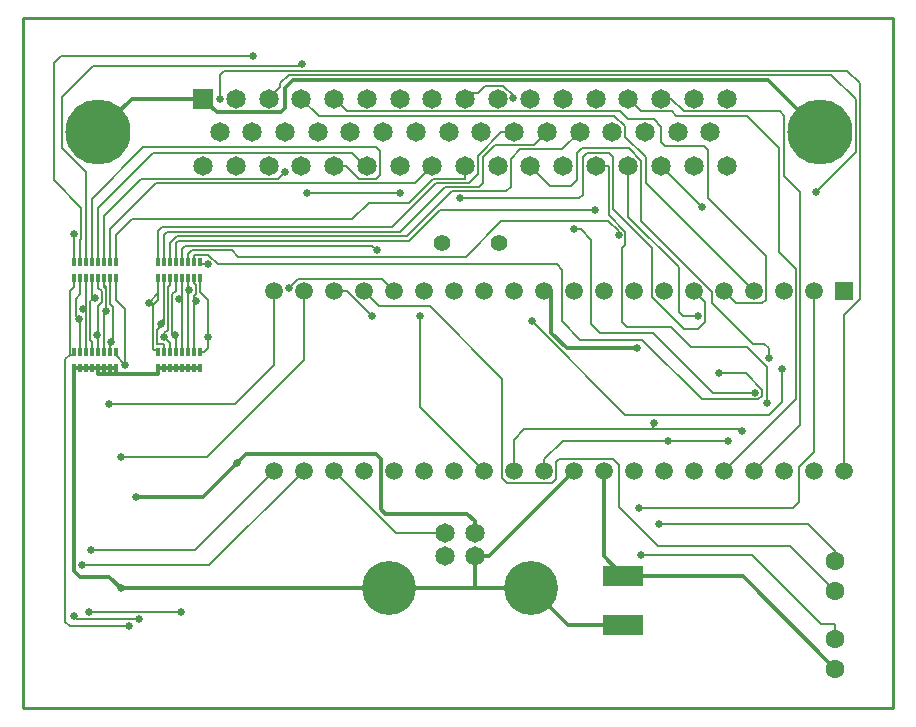
<source format=gtl>
%FSLAX23Y23*%
%MOIN*%
G70*
G01*
G75*
G04 Layer_Physical_Order=1*
%ADD10R,0.012X0.031*%
%ADD11R,0.134X0.071*%
%ADD12C,0.008*%
%ADD13C,0.008*%
%ADD14C,0.012*%
%ADD15C,0.010*%
%ADD16C,0.063*%
%ADD17C,0.055*%
%ADD18C,0.180*%
%ADD19C,0.065*%
%ADD20R,0.059X0.059*%
%ADD21C,0.059*%
%ADD22R,0.065X0.065*%
%ADD23C,0.217*%
%ADD24C,0.025*%
D10*
X588Y1134D02*
D03*
Y1186D02*
D03*
X568Y1134D02*
D03*
Y1186D02*
D03*
X548Y1134D02*
D03*
Y1186D02*
D03*
X529Y1134D02*
D03*
Y1186D02*
D03*
X509Y1134D02*
D03*
Y1186D02*
D03*
X489Y1134D02*
D03*
Y1186D02*
D03*
X470Y1134D02*
D03*
Y1186D02*
D03*
X450Y1134D02*
D03*
Y1186D02*
D03*
Y1486D02*
D03*
Y1434D02*
D03*
X470Y1486D02*
D03*
Y1434D02*
D03*
X489Y1486D02*
D03*
Y1434D02*
D03*
X509Y1486D02*
D03*
Y1434D02*
D03*
X529Y1486D02*
D03*
Y1434D02*
D03*
X548Y1486D02*
D03*
Y1434D02*
D03*
X568Y1486D02*
D03*
Y1434D02*
D03*
X588Y1486D02*
D03*
Y1434D02*
D03*
X170Y1186D02*
D03*
Y1134D02*
D03*
X190Y1186D02*
D03*
Y1134D02*
D03*
X209Y1186D02*
D03*
Y1134D02*
D03*
X229Y1186D02*
D03*
Y1134D02*
D03*
X249Y1186D02*
D03*
Y1134D02*
D03*
X268Y1186D02*
D03*
Y1134D02*
D03*
X288Y1186D02*
D03*
Y1134D02*
D03*
X308Y1186D02*
D03*
Y1134D02*
D03*
Y1434D02*
D03*
Y1486D02*
D03*
X288Y1434D02*
D03*
Y1486D02*
D03*
X268Y1434D02*
D03*
Y1486D02*
D03*
X249Y1434D02*
D03*
Y1486D02*
D03*
X229Y1434D02*
D03*
Y1486D02*
D03*
X209Y1434D02*
D03*
Y1486D02*
D03*
X190Y1434D02*
D03*
Y1486D02*
D03*
X170Y1434D02*
D03*
Y1486D02*
D03*
D11*
X2000Y278D02*
D03*
Y442D02*
D03*
D12*
X2390Y930D02*
X2396Y923D01*
X2230Y890D02*
X2350D01*
X1735Y791D02*
Y830D01*
X2100Y930D02*
X2103Y949D01*
X2100Y930D02*
X2390D01*
X1670D02*
X2100D01*
X1635Y791D02*
Y894D01*
X2126Y1808D02*
X2262Y1672D01*
X2200Y1307D02*
X2249D01*
X2017Y1638D02*
Y1808D01*
X2479Y1016D02*
Y1137D01*
X1908Y1808D02*
X1950D01*
X2299Y1052D02*
X2440D01*
X1834Y1597D02*
X1859D01*
X2484Y1167D02*
Y1200D01*
X1690Y1808D02*
X1757Y1741D01*
X2530Y1020D02*
Y1130D01*
X1695Y1290D02*
X2007Y978D01*
X2557Y540D02*
X2707Y390D01*
X1135Y1391D02*
X1187Y1339D01*
X2119Y615D02*
X2617D01*
X2707Y490D02*
Y525D01*
X339Y1145D02*
Y1329D01*
X308Y1176D02*
Y1186D01*
Y1360D02*
Y1434D01*
Y1176D02*
X339Y1145D01*
X298Y1220D02*
Y1337D01*
Y1219D02*
Y1220D01*
X295Y1216D02*
X298Y1219D01*
X288Y1209D02*
X295Y1216D01*
X288Y1217D02*
X291Y1220D01*
X288Y1209D02*
Y1217D01*
Y1186D02*
Y1209D01*
Y1417D02*
Y1434D01*
X275Y1396D02*
Y1403D01*
Y1330D02*
Y1396D01*
Y1323D02*
Y1330D01*
X268Y1186D02*
Y1227D01*
Y1410D02*
X275Y1403D01*
X268D02*
X275Y1396D01*
X268Y1410D02*
Y1434D01*
Y1403D02*
Y1410D01*
X271Y1327D02*
X275Y1330D01*
X269Y1324D02*
X271Y1327D01*
X269Y1323D02*
Y1324D01*
Y1228D02*
Y1323D01*
X249Y1401D02*
Y1434D01*
Y1244D02*
Y1341D01*
Y1241D02*
Y1244D01*
Y1186D02*
Y1241D01*
X246Y1244D02*
X249Y1241D01*
X229Y1375D02*
X238Y1367D01*
X229Y1375D02*
Y1434D01*
Y1367D02*
Y1375D01*
Y1362D02*
Y1367D01*
Y1186D02*
Y1220D01*
X218Y320D02*
X525D01*
X198Y1329D02*
X209D01*
Y1434D01*
Y1186D02*
Y1329D01*
X178Y296D02*
X385D01*
X190Y1380D02*
Y1434D01*
Y1186D02*
Y1291D01*
X175Y1306D02*
X184Y1297D01*
X190Y1291D01*
X168Y306D02*
X178Y296D01*
X170Y1403D02*
Y1434D01*
Y1176D02*
Y1186D01*
X154Y1176D02*
X170D01*
X154D02*
X156Y1179D01*
X140Y1163D02*
X154Y1176D01*
X154Y273D02*
X353D01*
X588Y1387D02*
Y1434D01*
X616Y1238D02*
Y1359D01*
Y1200D02*
Y1238D01*
X588Y1186D02*
X602D01*
X568Y1351D02*
X574Y1357D01*
X568Y1418D02*
Y1434D01*
Y1357D02*
Y1373D01*
Y1351D02*
Y1357D01*
Y1186D02*
Y1351D01*
X548Y1393D02*
X549Y1393D01*
X551D01*
X548D02*
Y1434D01*
Y1393D02*
Y1393D01*
Y1186D02*
Y1393D01*
X528Y1434D02*
X529Y1434D01*
X528Y1371D02*
X529Y1370D01*
Y1363D02*
Y1370D01*
Y1354D02*
Y1363D01*
Y1186D02*
Y1354D01*
X520Y1363D02*
X529Y1354D01*
X509Y1391D02*
Y1434D01*
X505Y1250D02*
X507Y1247D01*
X509Y1245D01*
Y1245D02*
Y1245D01*
Y1186D02*
Y1245D01*
X497Y1253D02*
X503Y1247D01*
X505Y1245D01*
X489Y1409D02*
Y1434D01*
Y1186D02*
Y1218D01*
X470Y1237D02*
Y1249D01*
Y1237D02*
X489Y1218D01*
X470Y1425D02*
Y1434D01*
X469Y1297D02*
Y1424D01*
Y1284D02*
Y1297D01*
X470Y1186D02*
Y1213D01*
X459Y1287D02*
X469Y1297D01*
X459Y1280D02*
Y1287D01*
X462Y1277D02*
X469Y1284D01*
X447Y1262D02*
X462Y1277D01*
X1035Y791D02*
X1241Y585D01*
X1406D01*
X2707Y232D02*
Y278D01*
X2058Y511D02*
X2428D01*
X1078Y1391D02*
X1162Y1307D01*
X1035Y1391D02*
X1078D01*
X2641Y1721D02*
X2774Y1854D01*
X818Y2032D02*
X856Y2070D01*
X2074Y1752D02*
X2435Y1391D01*
X927Y2032D02*
X984Y1975D01*
X2335Y1391D02*
X2376Y1350D01*
X1036Y2032D02*
X1079Y1989D01*
X2235Y1391D02*
X2272Y1354D01*
X1456Y1700D02*
X1852D01*
X1632Y2035D02*
Y2043D01*
X1472Y2052D02*
X1516D01*
X1472Y2032D02*
Y2052D01*
X2335Y791D02*
X2575Y1031D01*
X2017Y2032D02*
X2060Y1989D01*
X2435Y791D02*
X2589Y945D01*
X2126Y2032D02*
X2160D01*
X2735Y791D02*
X2736D01*
Y1312D01*
X655Y2032D02*
Y2112D01*
X885Y1401D02*
X915Y1431D01*
X1195D02*
X1235Y1391D01*
X1322Y1004D02*
Y1308D01*
Y1004D02*
X1535Y791D01*
X1592Y1920D02*
X1635D01*
X450Y1486D02*
Y1590D01*
X1702Y1877D02*
X1745Y1920D01*
X470Y1486D02*
Y1578D01*
X1796Y1863D02*
X1854Y1920D01*
X489Y1486D02*
Y1550D01*
X1388Y1660D02*
X1904D01*
X509Y1486D02*
Y1549D01*
X1163Y1542D02*
X1178Y1527D01*
X529Y1486D02*
Y1532D01*
X2635Y854D02*
Y1391D01*
X2051Y668D02*
X2566D01*
X935Y1160D02*
Y1391D01*
X325Y837D02*
X612D01*
X835Y1144D02*
Y1391D01*
X286Y1015D02*
X706D01*
X572Y528D02*
X835Y791D01*
X226Y528D02*
X572D01*
X620Y476D02*
X935Y791D01*
X195Y476D02*
X620D01*
X450Y1384D02*
Y1434D01*
Y1361D02*
Y1384D01*
X434Y1195D02*
X450D01*
Y1186D02*
Y1195D01*
X418Y1352D02*
X450Y1384D01*
X1984Y1578D02*
Y1589D01*
X548Y1486D02*
Y1513D01*
X2318Y1116D02*
X2409D01*
X568Y1486D02*
Y1511D01*
X588Y1480D02*
Y1486D01*
Y1480D02*
X617D01*
X170Y1486D02*
Y1581D01*
X124Y2173D02*
X766D01*
X190Y1486D02*
Y1560D01*
X929Y2141D02*
Y2148D01*
X209Y1486D02*
Y1787D01*
X1036Y1808D02*
X1075D01*
X229Y1486D02*
Y1698D01*
X1139Y1808D02*
X1145D01*
X249Y1486D02*
Y1667D01*
X873Y1788D02*
Y1788D01*
X945Y1716D02*
X1254D01*
X268Y1486D02*
Y1640D01*
X1305Y1750D02*
X1363Y1808D01*
X288Y1486D02*
Y1597D01*
X1472Y1766D02*
Y1808D01*
X308Y1486D02*
Y1576D01*
X1635Y894D02*
X1670Y930D01*
X1859Y1597D02*
X1893Y1562D01*
Y1280D02*
Y1562D01*
Y1280D02*
X1922Y1251D01*
X2100D01*
X2299Y1052D01*
X2470Y1214D02*
X2484Y1200D01*
X2432Y1214D02*
X2470D01*
X2295Y1351D02*
X2432Y1214D01*
X2295Y1351D02*
Y1388D01*
X2060Y1623D02*
X2295Y1388D01*
X2060Y1623D02*
Y1825D01*
X2018Y1867D02*
X2060Y1825D01*
X1861Y1867D02*
X2018D01*
X1844Y1850D02*
X1861Y1867D01*
X1844Y1760D02*
Y1850D01*
X1825Y1741D02*
X1844Y1760D01*
X1757Y1741D02*
X1825D01*
X2007Y978D02*
X2487D01*
X2530Y1020D01*
X2617Y615D02*
X2707Y525D01*
X268Y1227D02*
X269Y1228D01*
X175Y1306D02*
Y1365D01*
X190Y1380D01*
X156Y1389D02*
X170Y1403D01*
X156Y1179D02*
Y1389D01*
X140Y287D02*
Y1163D01*
Y287D02*
X154Y273D01*
X497Y1379D02*
X509Y1391D01*
X497Y1245D02*
Y1379D01*
X483Y1403D02*
X489Y1409D01*
X483Y1262D02*
Y1403D01*
X470Y1249D02*
X483Y1262D01*
X1516Y2052D02*
X1539Y2075D01*
X1599D01*
X1632Y2043D01*
X2736Y1312D02*
X2788Y1364D01*
Y2084D01*
X2747Y2125D02*
X2788Y2084D01*
X668Y2125D02*
X2747D01*
X655Y2112D02*
X668Y2125D01*
X915Y1431D02*
X1195D01*
X450Y1590D02*
X463Y1603D01*
X1229D01*
X1377Y1751D01*
X1486D01*
X1515Y1780D01*
Y1842D01*
X1592Y1920D01*
X470Y1578D02*
X479Y1587D01*
X1256D01*
X1406Y1737D01*
X1519D01*
X1532Y1750D01*
Y1838D01*
X1571Y1877D01*
X1702D01*
X489Y1550D02*
X512Y1573D01*
X1279D01*
X1429Y1723D01*
X1610D01*
X1624Y1737D01*
Y1832D01*
X1655Y1863D01*
X1796D01*
X1284Y1556D02*
X1388Y1660D01*
X516Y1556D02*
X1284D01*
X509Y1549D02*
X516Y1556D01*
X529Y1532D02*
X539Y1542D01*
X1163D01*
X2566Y668D02*
X2586Y688D01*
Y804D01*
X2635Y854D01*
X612Y837D02*
X935Y1160D01*
X1950Y1623D02*
X1984Y1589D01*
X1593Y1623D02*
X1950D01*
X1474Y1504D02*
X1593Y1623D01*
X717Y1504D02*
X1474D01*
X694Y1527D02*
X717Y1504D01*
X562Y1527D02*
X694D01*
X548Y1513D02*
X562Y1527D01*
X568Y1511D02*
X569Y1512D01*
X617D01*
X650Y1479D01*
X1778D01*
X1795Y1462D01*
Y1289D02*
Y1462D01*
Y1289D02*
X1857Y1227D01*
X2063D01*
X2261Y1029D01*
X2450D01*
X2463Y1042D01*
Y1062D01*
X2409Y1116D02*
X2463Y1062D01*
X101Y2150D02*
X124Y2173D01*
X101Y1759D02*
Y2150D01*
Y1759D02*
X193Y1667D01*
Y1563D02*
Y1667D01*
X190Y1560D02*
X193Y1563D01*
X928Y2140D02*
X929Y2141D01*
X232Y2140D02*
X928D01*
X130Y2038D02*
X232Y2140D01*
X130Y1867D02*
Y2038D01*
Y1867D02*
X209Y1787D01*
X1075Y1808D02*
X1118Y1765D01*
X1175D01*
X1188Y1778D01*
Y1856D01*
X1175Y1869D02*
X1188Y1856D01*
X400Y1869D02*
X1175D01*
X229Y1698D02*
X400Y1869D01*
X850Y1765D02*
X873Y1788D01*
X393Y1765D02*
X850D01*
X268Y1640D02*
X393Y1765D01*
X288Y1597D02*
X441Y1750D01*
X1305D01*
X2160Y2032D02*
X2203Y1989D01*
X2522D01*
X2536Y1975D01*
Y1774D02*
Y1975D01*
Y1774D02*
X2589Y1721D01*
Y945D02*
Y1721D01*
X1079Y1989D02*
X1990D01*
X2016Y1963D01*
X2101D01*
X2127Y1937D01*
Y1887D02*
Y1937D01*
Y1887D02*
X2139Y1875D01*
X2269D01*
X2281Y1862D01*
Y1702D02*
Y1862D01*
Y1702D02*
X2475Y1508D01*
Y1362D02*
Y1508D01*
X2463Y1350D02*
X2475Y1362D01*
X2376Y1350D02*
X2463D01*
X2774Y1854D02*
Y2029D01*
X2692Y2111D02*
X2774Y2029D01*
X884Y2111D02*
X2692D01*
X856Y2083D02*
X884Y2111D01*
X856Y2070D02*
Y2083D01*
X602Y1186D02*
X616Y1200D01*
X588Y1387D02*
X616Y1359D01*
X308Y1360D02*
X339Y1329D01*
X1950Y1808D02*
X1951Y1807D01*
Y1643D02*
Y1807D01*
Y1643D02*
X2007Y1587D01*
Y1545D02*
Y1587D01*
X1995Y1533D02*
X2007Y1545D01*
X1995Y1288D02*
Y1533D01*
Y1288D02*
X2013Y1270D01*
X2159D01*
X2225Y1204D01*
X2412D01*
X2479Y1137D01*
X1471Y1765D02*
X1472Y1766D01*
X1365Y1765D02*
X1471D01*
X1285Y1685D02*
X1365Y1765D01*
X1153Y1685D02*
X1285D01*
X1097Y1629D02*
X1153Y1685D01*
X361Y1629D02*
X1097D01*
X308Y1576D02*
X361Y1629D01*
X1096Y1851D02*
X1139Y1808D01*
X433Y1851D02*
X1096D01*
X249Y1667D02*
X433Y1851D01*
X1852Y1700D02*
X1865Y1712D01*
Y1837D01*
X1878Y1851D01*
X1952D01*
X1965Y1837D01*
Y1665D02*
Y1837D01*
Y1665D02*
X2095Y1535D01*
Y1370D02*
Y1535D01*
Y1370D02*
X2201Y1264D01*
X2250D01*
X2272Y1286D01*
Y1354D01*
X469Y1214D02*
X470Y1213D01*
X448Y1214D02*
X469D01*
X447Y1215D02*
X448Y1214D01*
X447Y1215D02*
Y1262D01*
X469Y1424D02*
X470Y1425D01*
X433Y1196D02*
X434Y1195D01*
X433Y1196D02*
Y1344D01*
X450Y1361D01*
X706Y1015D02*
X835Y1144D01*
X2060Y1989D02*
X2163D01*
X2177Y1975D01*
X2413D01*
X2520Y1868D01*
Y1520D02*
Y1868D01*
Y1520D02*
X2575Y1465D01*
Y1031D02*
Y1465D01*
X1800Y890D02*
X2230D01*
X1735Y830D02*
X1800Y890D01*
X2074Y1752D02*
Y1836D01*
X2005Y1905D02*
X2074Y1836D01*
X2005Y1905D02*
Y1940D01*
X1970Y1975D02*
X2005Y1940D01*
X984Y1975D02*
X1970D01*
X2185Y1322D02*
X2200Y1307D01*
X2185Y1322D02*
Y1470D01*
X2017Y1638D02*
X2185Y1470D01*
X2706Y279D02*
X2707Y278D01*
X2660Y279D02*
X2706D01*
X2428Y511D02*
X2660Y279D01*
X2114Y540D02*
X2557D01*
X1985Y669D02*
X2114Y540D01*
X1985Y669D02*
Y812D01*
X1965Y832D02*
X1985Y812D01*
X1786Y832D02*
X1965D01*
X1775Y821D02*
X1786Y832D01*
X1775Y763D02*
Y821D01*
X1763Y751D02*
X1775Y763D01*
X1612Y751D02*
X1763D01*
X1595Y768D02*
X1612Y751D01*
X1595Y768D02*
Y1098D01*
X1354Y1339D02*
X1595Y1098D01*
X1187Y1339D02*
X1354D01*
X528Y1371D02*
Y1434D01*
X568Y1418D02*
X574Y1412D01*
Y1379D02*
Y1412D01*
X568Y1373D02*
X574Y1379D01*
X289Y1346D02*
X298Y1337D01*
X289Y1346D02*
Y1416D01*
X288Y1417D02*
X289Y1416D01*
X223Y1226D02*
X229Y1220D01*
X223Y1226D02*
Y1356D01*
X229Y1362D01*
X249Y1401D02*
X261Y1389D01*
Y1353D02*
Y1389D01*
X249Y1341D02*
X261Y1353D01*
D13*
X2230Y890D02*
D03*
D03*
X2103Y949D02*
D03*
X2230Y890D02*
D03*
D14*
X2482Y2093D02*
X2655Y1920D01*
X1814Y278D02*
X2000D01*
X1551Y507D02*
X1835Y791D01*
X1692Y400D02*
X1814Y278D01*
X1504Y507D02*
X1551D01*
X1504Y400D02*
Y507D01*
X361Y2032D02*
X600D01*
X645Y1987D01*
X568Y1134D02*
X588D01*
X548D02*
X568D01*
X548Y1134D02*
Y1134D01*
X529Y1134D02*
Y1134D01*
X509Y1134D02*
Y1134D01*
X249Y1920D02*
X361Y2032D01*
X489Y1134D02*
Y1134D01*
X529Y1134D02*
X548D01*
X509D02*
X529D01*
X489D02*
X509D01*
X470D02*
X489D01*
X470Y1134D02*
Y1135D01*
Y1134D02*
Y1134D01*
X450Y1135D02*
X470D01*
X288Y1134D02*
X308D01*
X268D02*
X288D01*
X268Y1134D02*
Y1134D01*
X229Y1134D02*
Y1134D01*
X209Y1134D02*
Y1134D01*
X190D02*
Y1135D01*
Y1134D02*
Y1134D01*
X249Y1134D02*
X268D01*
X229D02*
X249D01*
X209D02*
X229D01*
X190D02*
X209D01*
X170Y1135D02*
X190D01*
X1504Y400D02*
X1692D01*
X1218D02*
X1504D01*
X325D02*
X1218D01*
X450Y1134D02*
Y1135D01*
Y1115D02*
Y1134D01*
X249Y1134D02*
Y1134D01*
Y1115D02*
Y1134D01*
X170Y1134D02*
Y1135D01*
Y456D02*
Y1134D01*
X308Y1114D02*
X449D01*
X288D02*
X308D01*
X268D02*
X288D01*
X250D02*
X268D01*
X287Y438D02*
X325Y400D01*
X2000Y442D02*
X2398D01*
X2707Y132D01*
X1935Y507D02*
Y791D01*
Y507D02*
X2000Y442D01*
X1760Y1251D02*
Y1391D01*
X1735D02*
X1760D01*
X1811Y1200D02*
X2046D01*
X1504Y585D02*
Y624D01*
X711Y817D02*
X742Y848D01*
X598Y704D02*
X711Y817D01*
X376Y704D02*
X598D01*
X249Y1115D02*
X250Y1114D01*
X449D02*
X450Y1115D01*
X170Y456D02*
X188Y438D01*
X287D01*
X899Y2093D02*
X2482D01*
X872Y2066D02*
X899Y2093D01*
X872Y2000D02*
Y2066D01*
X859Y1987D02*
X872Y2000D01*
X645Y1987D02*
X859D01*
X1760Y1251D02*
X1811Y1200D01*
X1480Y648D02*
X1504Y624D01*
X1207Y648D02*
X1480D01*
X1193Y663D02*
X1207Y648D01*
X1193Y663D02*
Y830D01*
X1175Y848D02*
X1193Y830D01*
X742Y848D02*
X1175D01*
D15*
X0Y2300D02*
X2900D01*
Y0D02*
Y2300D01*
X0Y0D02*
X2900D01*
X0D02*
Y2300D01*
D16*
X2707Y132D02*
D03*
Y232D02*
D03*
Y390D02*
D03*
Y490D02*
D03*
D17*
X1394Y1550D02*
D03*
X1586D02*
D03*
D18*
X1218Y400D02*
D03*
X1692D02*
D03*
D19*
X1406Y507D02*
D03*
Y585D02*
D03*
X1504D02*
D03*
X1504Y507D02*
D03*
X709Y2032D02*
D03*
X2344Y1808D02*
D03*
X2235D02*
D03*
X818Y2032D02*
D03*
X927D02*
D03*
X2126Y1808D02*
D03*
X2017D02*
D03*
X1036Y2032D02*
D03*
X1145D02*
D03*
X1908Y1808D02*
D03*
X1799D02*
D03*
X1254Y2032D02*
D03*
X1363D02*
D03*
X1690Y1808D02*
D03*
X1581D02*
D03*
X1472Y2032D02*
D03*
X1581D02*
D03*
X1472Y1808D02*
D03*
X1363D02*
D03*
X1690Y2032D02*
D03*
X1799D02*
D03*
X1254Y1808D02*
D03*
X1145D02*
D03*
X1908Y2032D02*
D03*
X2017D02*
D03*
X1036Y1808D02*
D03*
X927D02*
D03*
X2126Y2032D02*
D03*
X2235D02*
D03*
X818Y1808D02*
D03*
X709D02*
D03*
X2344Y2032D02*
D03*
X655Y1920D02*
D03*
X600Y1808D02*
D03*
X2289Y1920D02*
D03*
X763D02*
D03*
X873D02*
D03*
X2181D02*
D03*
X2072D02*
D03*
X982D02*
D03*
X1090D02*
D03*
X1962D02*
D03*
X1854D02*
D03*
X1199D02*
D03*
X1309D02*
D03*
X1745D02*
D03*
X1635D02*
D03*
X1418D02*
D03*
X1526D02*
D03*
D20*
X2735Y1391D02*
D03*
D21*
X2635D02*
D03*
X2535D02*
D03*
X2435D02*
D03*
X2335D02*
D03*
X2235D02*
D03*
X2135D02*
D03*
X2035D02*
D03*
X1935D02*
D03*
X1835D02*
D03*
X1735D02*
D03*
X1635D02*
D03*
X1535D02*
D03*
X1435D02*
D03*
X1335D02*
D03*
X1235D02*
D03*
X1135D02*
D03*
X1035D02*
D03*
X935D02*
D03*
X835D02*
D03*
X2735Y791D02*
D03*
X2635D02*
D03*
X2535D02*
D03*
X2435D02*
D03*
X2335D02*
D03*
X2235D02*
D03*
X2135D02*
D03*
X2035D02*
D03*
X1935D02*
D03*
X1835D02*
D03*
X1735D02*
D03*
X1635D02*
D03*
X1535D02*
D03*
X1435D02*
D03*
X1335D02*
D03*
X1235D02*
D03*
X1135D02*
D03*
X1035D02*
D03*
X935D02*
D03*
X835D02*
D03*
D22*
X600Y2032D02*
D03*
D23*
X249Y1920D02*
D03*
X2655D02*
D03*
D24*
X195Y476D02*
D03*
X2350Y890D02*
D03*
X2103Y949D02*
D03*
X2396Y923D02*
D03*
X1834Y1597D02*
D03*
X2440Y1052D02*
D03*
X2484Y1167D02*
D03*
X1695Y1290D02*
D03*
X2530Y1130D02*
D03*
X2119Y615D02*
D03*
X339Y1145D02*
D03*
X198Y1329D02*
D03*
X385Y296D02*
D03*
X168Y306D02*
D03*
X184Y1297D02*
D03*
X353Y273D02*
D03*
X574Y1357D02*
D03*
X551Y1393D02*
D03*
X520Y1363D02*
D03*
X505Y1245D02*
D03*
X470Y1237D02*
D03*
X1162Y1307D02*
D03*
X2046Y1200D02*
D03*
X376Y704D02*
D03*
X711Y817D02*
D03*
X1632Y2035D02*
D03*
X655Y2032D02*
D03*
X885Y1401D02*
D03*
X1322Y1308D02*
D03*
X1904Y1660D02*
D03*
X1178Y1527D02*
D03*
X2051Y668D02*
D03*
X325Y837D02*
D03*
X1984Y1578D02*
D03*
X2318Y1116D02*
D03*
X170Y1581D02*
D03*
X766Y2173D02*
D03*
X929Y2148D02*
D03*
X1254Y1716D02*
D03*
X945D02*
D03*
X873Y1788D02*
D03*
X2641Y1721D02*
D03*
X616Y1238D02*
D03*
X525Y320D02*
D03*
X218D02*
D03*
X238Y1367D02*
D03*
X291Y1220D02*
D03*
X2479Y1016D02*
D03*
X617Y1480D02*
D03*
X1456Y1700D02*
D03*
X459Y1280D02*
D03*
X418Y1352D02*
D03*
X226Y528D02*
D03*
X286Y1015D02*
D03*
X2150Y890D02*
D03*
X2249Y1307D02*
D03*
X2058Y511D02*
D03*
X325Y400D02*
D03*
X275Y1323D02*
D03*
X246Y1244D02*
D03*
X2262Y1672D02*
D03*
M02*

</source>
